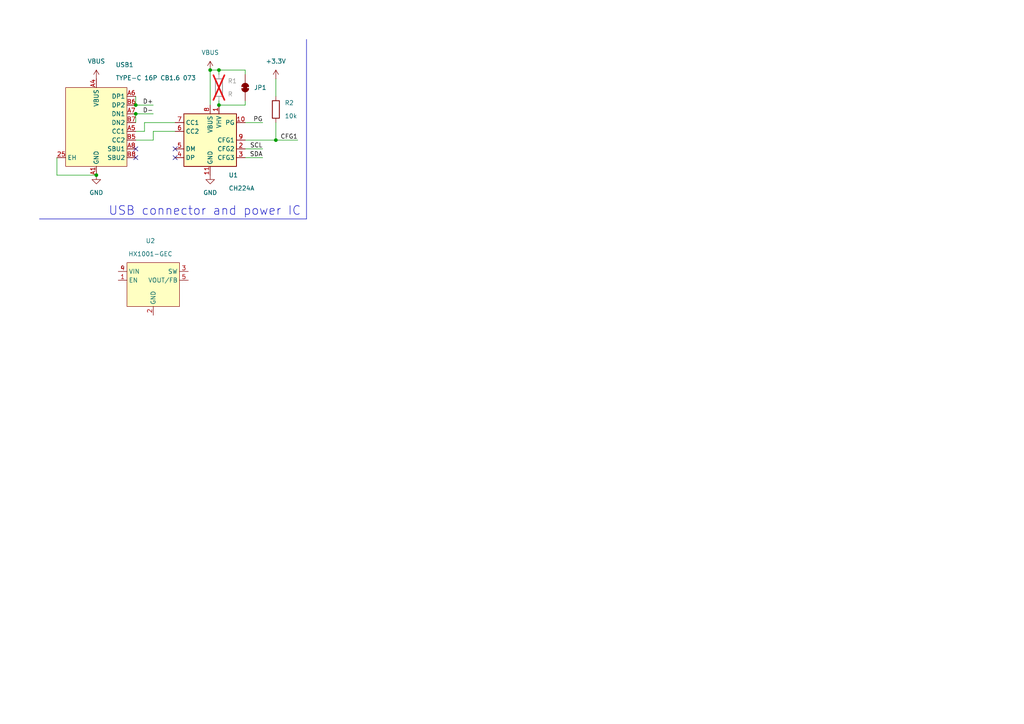
<source format=kicad_sch>
(kicad_sch (version 20250114) (generator "eeschema") (generator_version "9.0")
  (paper "A4")
  (lib_symbols
    (symbol "Device:R" (pin_numbers (hide yes)) (pin_names (offset 0))
      (property "Reference" "R" (at 2.032 0 90))
      (property "Value" "R" (at 0 0 90))
      (symbol "R_0_1"
        (rectangle (start -1.016 -2.54) (end 1.016 2.54) (stroke (width 0.254)))
      )
      (symbol "R_1_1"
        (pin passive line (at 0 3.81 270) (length 1.27) (name "~") (number "1"))
        (pin passive line (at 0 -3.81 90) (length 1.27) (name "~") (number "2"))
      )
    )
    (symbol "Jumper:SolderJumper_2_Bridged" (pin_numbers (hide yes)) (pin_names (offset 0) (hide yes)) (in_bom no)
      (property "Reference" "JP" (at 0 2.032 0))
      (property "Value" "SolderJumper_2_Bridged" (at 0 -2.54 0))
      (symbol "SolderJumper_2_Bridged_0_1"
        (rectangle (start -0.508 0.508) (end 0.508 -0.508) (fill (type outline)))
        (polyline (pts (xy -0.254 1.016) (xy -0.254 -1.016)))
        (arc (start -0.254 -1.016) (mid -1.2656 0) (end -0.254 1.016))
        (arc (start -0.254 -1.016) (mid -1.2656 0) (end -0.254 1.016) (fill (type outline)))
        (arc (start 0.254 1.016) (mid 1.2656 0) (end 0.254 -1.016))
        (arc (start 0.254 1.016) (mid 1.2656 0) (end 0.254 -1.016) (fill (type outline)))
        (polyline (pts (xy 0.254 1.016) (xy 0.254 -1.016)))
      )
      (symbol "SolderJumper_2_Bridged_1_1"
        (pin passive line (at -3.81 0 0) (length 2.54) (name "A") (number "1"))
        (pin passive line (at 3.81 0 180) (length 2.54) (name "B") (number "2"))
      )
    )
    (symbol "easyeda2kicad:HX1001-GEC"
      (property "Reference" "U" (at 0 7.62 0))
      (property "Value" "HX1001-GEC" (at 0 -7.62 0))
      (symbol "HX1001-GEC_0_1"
        (circle (center -8.89 5.08) (radius 0.38))
        (rectangle (start -7.62 6.35) (end 7.62 -6.35) (fill (type background)))
        (pin unspecified line (at -10.16 3.81 0) (length 2.54) (name "VIN") (number "4"))
        (pin unspecified line (at -10.16 1.27 0) (length 2.54) (name "EN") (number "1"))
        (pin unspecified line (at 0 -8.89 90) (length 2.54) (name "GND") (number "2"))
        (pin unspecified line (at 10.16 3.81 180) (length 2.54) (name "SW") (number "3"))
        (pin unspecified line (at 10.16 1.27 180) (length 2.54) (name "VOUT/FB") (number "5"))
      )
    )
    (symbol "easyeda2kicad:TYPE-C16PCB1.6073"
      (property "Reference" "USB" (at 0 25.4 0))
      (property "Value" "TYPE-C 16P CB1.6 073" (at 0 -27.94 0))
      (symbol "TYPE-C16PCB1.6073_0_1"
        (rectangle (start -8.89 11.43) (end 8.89 -11.43) (fill (type background)))
        (pin unspecified line (at -11.43 -8.89 0) (length 2.54) (name "EH") (number "25"))
        (pin unspecified line (at -11.43 -8.89 0) (length 2.54) (hide yes) (name "EH") (number "26"))
        (pin unspecified line (at -11.43 -8.89 0) (length 2.54) (hide yes) (name "EH") (number "27"))
        (pin unspecified line (at -11.43 -8.89 0) (length 2.54) (hide yes) (name "EH") (number "28"))
        (pin unspecified line (at 0 13.97 270) (length 2.54) (name "VBUS") (number "A4"))
        (pin unspecified line (at 0 13.97 270) (length 2.54) (hide yes) (name "VBUS") (number "A9"))
        (pin unspecified line (at 0 13.97 270) (length 2.54) (hide yes) (name "VBUS") (number "B4"))
        (pin unspecified line (at 0 13.97 270) (length 2.54) (hide yes) (name "VBUS") (number "B9"))
        (pin unspecified line (at 0 -13.97 90) (length 2.54) (name "GND") (number "A1"))
        (pin unspecified line (at 0 -13.97 90) (length 2.54) (hide yes) (name "GND") (number "A12"))
        (pin unspecified line (at 0 -13.97 90) (length 2.54) (hide yes) (name "GND") (number "B1"))
        (pin unspecified line (at 0 -13.97 90) (length 2.54) (hide yes) (name "GND") (number "B12"))
        (pin unspecified line (at 11.43 8.89 180) (length 2.54) (name "DP1") (number "A6"))
        (pin unspecified line (at 11.43 6.35 180) (length 2.54) (name "DP2") (number "B6"))
        (pin unspecified line (at 11.43 3.81 180) (length 2.54) (name "DN1") (number "A7"))
        (pin unspecified line (at 11.43 1.27 180) (length 2.54) (name "DN2") (number "B7"))
        (pin unspecified line (at 11.43 -1.27 180) (length 2.54) (name "CC1") (number "A5"))
        (pin unspecified line (at 11.43 -3.81 180) (length 2.54) (name "CC2") (number "B5"))
        (pin unspecified line (at 11.43 -6.35 180) (length 2.54) (name "SBU1") (number "A8"))
        (pin unspecified line (at 11.43 -8.89 180) (length 2.54) (name "SBU2") (number "B8"))
      )
    )
    (symbol "misc:CH224A"
      (property "Reference" "U" (at -7.874 -8.89 0))
      (property "Value" "CH224A" (at 3.048 -8.89 0))
      (symbol "CH224A_1_1"
        (rectangle (start -7.62 7.62) (end 7.62 -7.62) (stroke (width 0.254)) (fill (type background)))
        (pin bidirectional line (at -10.16 5.08 0) (length 2.54) (name "CC1") (number "7"))
        (pin bidirectional line (at -10.16 2.54 0) (length 2.54) (name "CC2") (number "6"))
        (pin bidirectional line (at -10.16 -2.54 0) (length 2.54) (name "DM") (number "5"))
        (pin bidirectional line (at -10.16 -5.08 0) (length 2.54) (name "DP") (number "4"))
        (pin passive line (at 0 10.16 270) (length 2.54) (name "VBUS") (number "8"))
        (pin power_in line (at 0 -10.16 90) (length 2.54) (name "GND") (number "11"))
        (pin power_in line (at 2.54 10.16 270) (length 2.54) (name "VHV") (number "1"))
        (pin open_collector line (at 10.16 5.08 180) (length 2.54) (name "PG") (number "10"))
        (pin passive line (at 10.16 0 180) (length 2.54) (name "CFG1") (number "9"))
        (pin passive line (at 10.16 -2.54 180) (length 2.54) (name "CFG2") (number "2"))
        (pin passive line (at 10.16 -5.08 180) (length 2.54) (name "CFG3") (number "3"))
      )
    )
    (symbol "power:+3.3V" (power) (pin_numbers (hide yes)) (pin_names (offset 0) (hide yes))
      (property "Value" "+3.3V" (at 0 3.556 0))
      (symbol "+3.3V_0_1"
        (polyline (pts (xy -0.762 1.27) (xy 0 2.54)))
        (polyline (pts (xy 0 2.54) (xy 0.762 1.27)))
        (polyline (pts (xy 0 0) (xy 0 2.54)))
      )
      (symbol "+3.3V_1_1"
        (pin power_in line (at 0 0 90) (length 0) (name "~") (number "1"))
      )
    )
    (symbol "power:GND" (power) (pin_numbers (hide yes)) (pin_names (offset 0) (hide yes))
      (property "Value" "GND" (at 0 -3.81 0))
      (symbol "GND_0_1"
        (polyline (pts (xy 0 0) (xy 0 -1.27) (xy 1.27 -1.27) (xy 0 -2.54) (xy -1.27 -1.27) (xy 0 -1.27)))
      )
      (symbol "GND_1_1"
        (pin power_in line (at 0 0 270) (length 0) (name "~") (number "1"))
      )
    )
    (symbol "power:VBUS" (power) (pin_numbers (hide yes)) (pin_names (offset 0) (hide yes))
      (property "Value" "VBUS" (at 0 3.556 0))
      (symbol "VBUS_0_1"
        (polyline (pts (xy -0.762 1.27) (xy 0 2.54)))
        (polyline (pts (xy 0 2.54) (xy 0.762 1.27)))
        (polyline (pts (xy 0 0) (xy 0 2.54)))
      )
      (symbol "VBUS_1_1"
        (pin power_in line (at 0 0 90) (length 0) (name "~") (number "1"))
      )
    )
  )
  (text "USB connector and power IC" (at 87.376 62.738 0) (effects (font (size 2.54 2.54)) (justify right bottom)))
  (junction (at 63.5 20.32))
  (junction (at 39.37 33.02))
  (junction (at 27.94 50.8))
  (junction (at 39.37 30.48))
  (junction (at 80.01 40.64))
  (junction (at 60.96 20.32))
  (junction (at 63.5 30.48))
  (no_connect (at 50.8 45.72))
  (no_connect (at 39.37 45.72))
  (no_connect (at 50.8 43.18))
  (no_connect (at 39.37 43.18))
  (wire (pts (xy 39.37 30.48) (xy 39.37 27.94)))
  (wire (pts (xy 71.12 40.64) (xy 80.01 40.64)))
  (wire (pts (xy 16.51 45.72) (xy 16.51 50.8)))
  (wire (pts (xy 41.91 35.56) (xy 50.8 35.56)))
  (wire (pts (xy 39.37 30.48) (xy 44.45 30.48)))
  (wire (pts (xy 39.37 33.02) (xy 44.45 33.02)))
  (wire (pts (xy 44.45 38.1) (xy 44.45 40.64)))
  (wire (pts (xy 60.96 20.32) (xy 60.96 30.48)))
  (wire (pts (xy 50.8 38.1) (xy 44.45 38.1)))
  (wire (pts (xy 41.91 38.1) (xy 41.91 35.56)))
  (wire (pts (xy 80.01 22.86) (xy 80.01 27.94)))
  (wire (pts (xy 71.12 35.56) (xy 76.2 35.56)))
  (polyline (pts (xy 11.43 63.5) (xy 88.9 63.5)))
  (wire (pts (xy 60.96 20.32) (xy 63.5 20.32)))
  (wire (pts (xy 71.12 20.32) (xy 71.12 21.59)))
  (wire (pts (xy 16.51 50.8) (xy 27.94 50.8)))
  (wire (pts (xy 39.37 38.1) (xy 41.91 38.1)))
  (wire (pts (xy 71.12 45.72) (xy 76.2 45.72)))
  (wire (pts (xy 63.5 20.32) (xy 71.12 20.32)))
  (wire (pts (xy 63.5 29.21) (xy 63.5 30.48)))
  (polyline (pts (xy 88.9 11.43) (xy 88.9 63.5)))
  (wire (pts (xy 80.01 35.56) (xy 80.01 40.64)))
  (wire (pts (xy 80.01 40.64) (xy 86.36 40.64)))
  (wire (pts (xy 71.12 30.48) (xy 71.12 29.21)))
  (wire (pts (xy 39.37 33.02) (xy 39.37 35.56)))
  (wire (pts (xy 44.45 40.64) (xy 39.37 40.64)))
  (wire (pts (xy 63.5 20.32) (xy 63.5 21.59)))
  (wire (pts (xy 63.5 30.48) (xy 71.12 30.48)))
  (wire (pts (xy 71.12 43.18) (xy 76.2 43.18)))
  (label "CFG1" (at 86.36 40.64 180))
  (label "SDA" (at 76.2 45.72 180))
  (label "D-" (at 44.45 33.02 180))
  (label "PG" (at 76.2 35.56 180))
  (label "SCL" (at 76.2 43.18 180))
  (label "D+" (at 44.45 30.48 180))
  (symbol (lib_id "power:GND") (at 60.96 50.8 0) (unit 1)
    (property "Reference" "#PWR02" (effects (hide yes)))
    (property "Value" "GND" (at 60.96 55.88 0))
    (property "Description" "Power symbol creates a global label with name \"GND\" , ground" (effects (hide yes)))
  )
  (symbol (lib_id "power:+3.3V") (at 80.01 22.86 0) (unit 1)
    (property "Reference" "#PWR05" (effects (hide yes)))
    (property "Value" "+3.3V" (at 80.01 17.78 0))
    (property "Description" "Power symbol creates a global label with name \"+3.3V\"" (effects (hide yes)))
  )
  (symbol (lib_id "power:VBUS") (at 27.94 22.86 0) (unit 1)
    (property "Reference" "#PWR03" (effects (hide yes)))
    (property "Value" "VBUS" (at 27.94 17.78 0))
    (property "Description" "Power symbol creates a global label with name \"VBUS\"" (effects (hide yes)))
  )
  (symbol (lib_id "easyeda2kicad:HX1001-GEC") (at 44.45 82.55 0) (unit 1)
    (property "Reference" "U2" (at 43.625 69.85 0))
    (property "Value" "HX1001-GEC" (at 43.625 73.66 0))
    (property "Footprint" "easyeda2kicad:SOT-23-5_L2.9-W1.6-P0.95-LS2.8-BL" (effects (hide yes)))
    (property "LCSC Part" "C42412961" (effects (hide yes)))
  )
  (symbol (lib_id "power:GND") (at 27.94 50.8 0) (unit 1)
    (property "Reference" "#PWR01" (effects (hide yes)))
    (property "Value" "GND" (at 27.94 55.88 0))
    (property "Description" "Power symbol creates a global label with name \"GND\" , ground" (effects (hide yes)))
  )
  (symbol (lib_id "Device:R") (at 63.5 25.4 0) (unit 1) (in_bom no) (dnp yes)
    (property "Reference" "R1" (at 66.04 23.4949 0) (effects (justify left)))
    (property "Value" "R" (at 66.04 27.3049 0) (effects (justify left)))
    (property "Footprint" "Resistor_SMD:R_0603_1608Metric" (effects (hide yes)))
    (property "Description" "Resistor" (effects (hide yes)))
  )
  (symbol (lib_id "misc:CH224A") (at 60.96 40.64 0) (unit 1)
    (property "Reference" "U1" (at 66.294 50.8 0) (effects (justify left)))
    (property "Value" "CH224A" (at 66.294 54.61 0) (effects (justify left)))
    (property "Footprint" "Package_SO:SSOP-10-1EP_3.9x4.9mm_P1mm_EP2.1x3.3mm" (effects (hide yes)))
    (property "Datasheet" "https://www.wch.cn/downloads/file/301.html" (effects (hide yes)))
    (property "Description" "100W USB Type-C PD3.0/2.0, BC1.2 Sink Controller, SSOP-10" (effects (hide yes)))
  )
  (symbol (lib_id "Device:R") (at 80.01 31.75 0) (unit 1)
    (property "Reference" "R2" (at 82.55 29.8449 0) (effects (justify left)))
    (property "Value" "10k" (at 82.55 33.6549 0) (effects (justify left)))
    (property "Footprint" "Resistor_SMD:R_0402_1005Metric" (effects (hide yes)))
    (property "Description" "Resistor" (effects (hide yes)))
  )
  (symbol (lib_id "easyeda2kicad:TYPE-C16PCB1.6073") (at 27.94 36.83 0) (unit 1)
    (property "Reference" "USB1" (at 33.528 18.796 0) (effects (justify left)))
    (property "Value" "TYPE-C 16P CB1.6 073" (at 33.528 22.606 0) (effects (justify left)))
    (property "Footprint" "easyeda2kicad:USB-C-SMD_SHOU_TYPE-C-16P-CB1.6" (effects (hide yes)))
    (property "LCSC Part" "C2906290" (effects (hide yes)))
  )
  (symbol (lib_id "power:VBUS") (at 60.96 20.32 0) (unit 1)
    (property "Reference" "#PWR04" (effects (hide yes)))
    (property "Value" "VBUS" (at 60.96 15.24 0))
    (property "Description" "Power symbol creates a global label with name \"VBUS\"" (effects (hide yes)))
  )
  (symbol (lib_id "Jumper:SolderJumper_2_Bridged") (at 71.12 25.4 90) (unit 1) (in_bom no)
    (property "Reference" "JP1" (at 73.66 25.4 90) (effects (justify right)))
    (property "Value" "SolderJumper_2_Bridged" (effects (hide yes)))
    (property "Footprint" "Jumper:SolderJumper-2_P1.3mm_Bridged_RoundedPad1.0x1.5mm" (effects (hide yes)))
    (property "Description" "Solder Jumper, 2-pole, closed/bridged" (effects (hide yes)))
  )
)
</source>
